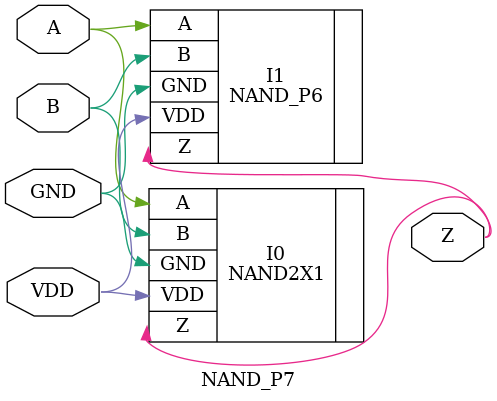
<source format=v>

module NAND_P7 (
A,B,VDD,GND,Z );
input  A;
input  B;
input  VDD;
input  GND;
output  Z;
wire VDD;
wire Z;
wire A;
wire GND;
wire B;

NAND2X1    
 I0  ( .VDD( VDD ), .Z( Z ), .A( A ), .B( B ), .GND( GND ) );

NAND_P6    
 I1  ( .VDD( VDD ), .Z( Z ), .A( A ), .B( B ), .GND( GND ) );

endmodule


</source>
